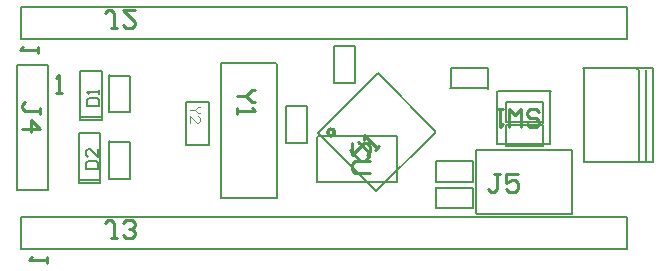
<source format=gm1>
G04*
G04 #@! TF.GenerationSoftware,Altium Limited,Altium Designer,22.7.1 (60)*
G04*
G04 Layer_Color=16711935*
%FSLAX25Y25*%
%MOIN*%
G70*
G04*
G04 #@! TF.SameCoordinates,143699A1-5C46-47B9-B1A9-45083201A81C*
G04*
G04*
G04 #@! TF.FilePolarity,Positive*
G04*
G01*
G75*
%ADD10C,0.01181*%
%ADD11C,0.00787*%
%ADD61C,0.01000*%
%ADD62C,0.00591*%
%ADD63C,0.00394*%
D10*
X108658Y43408D02*
G03*
X108658Y43408I-1118J0D01*
G01*
D11*
X4095Y4488D02*
Y15118D01*
Y4488D02*
X206063D01*
Y15118D01*
X4115D02*
X206063D01*
X2882Y65905D02*
X13118D01*
Y24173D02*
Y65905D01*
X2882Y24173D02*
X13118D01*
X2882D02*
Y65905D01*
X4095Y74488D02*
Y85118D01*
Y74488D02*
X206063D01*
Y85118D01*
X4115D02*
X206063D01*
X23425Y26575D02*
X30512D01*
X23524Y43209D02*
X30413D01*
X23425Y43110D02*
X23524Y43209D01*
X23425Y26575D02*
Y43110D01*
X23819Y27657D02*
X30512D01*
X30413Y43209D02*
X30610Y43012D01*
X30512Y26575D02*
X30610Y26673D01*
Y43012D01*
X178247Y46697D02*
Y53697D01*
X178147Y46797D02*
X178247Y46697D01*
X165847Y46797D02*
X178147D01*
X165847D02*
X165947Y46897D01*
Y53697D01*
X178247D01*
Y38823D02*
Y45823D01*
X178147Y38923D02*
X178247Y38823D01*
X165847Y38923D02*
X178147D01*
X165847D02*
X165947Y39023D01*
Y45823D01*
X178247D01*
X142422Y18154D02*
Y25153D01*
X142522Y25054D01*
X154822D01*
X154722Y24953D02*
X154822Y25054D01*
X154722Y18154D02*
Y24953D01*
X142422Y18154D02*
X154722D01*
X142422Y27012D02*
Y34012D01*
X142522Y33912D01*
X154822D01*
X154722Y33812D02*
X154822Y33912D01*
X154722Y27012D02*
Y33812D01*
X142422Y27012D02*
X154722D01*
X102953Y26969D02*
X129626D01*
X102756Y27165D02*
X102953Y26969D01*
X102756Y27165D02*
Y41732D01*
X103150Y42126D01*
X129528D01*
X129626Y42028D01*
Y26969D02*
Y42028D01*
X92500Y52200D02*
X99500D01*
X99400Y52100D02*
X99500Y52200D01*
X99400Y39800D02*
Y52100D01*
X99300Y39900D02*
X99400Y39800D01*
X92500Y39900D02*
X99300D01*
X92500D02*
Y52200D01*
X33508Y28052D02*
X40508D01*
X33508D02*
X33608Y28152D01*
Y40452D01*
X33708Y40352D01*
X40508D01*
Y28052D02*
Y40352D01*
X33508Y50099D02*
X40508D01*
X33508D02*
X33608Y50199D01*
Y62499D01*
X33708Y62399D01*
X40508D01*
Y50099D02*
Y62399D01*
X108500Y59800D02*
X115500D01*
X108500D02*
X108600Y59900D01*
Y72200D01*
X108700Y72100D01*
X115500D01*
Y59800D02*
Y72100D01*
X159700Y58000D02*
Y65000D01*
X159600Y58100D02*
X159700Y58000D01*
X147300Y58100D02*
X159600D01*
X147300D02*
X147400Y58200D01*
Y65000D01*
X159700D01*
X191929Y33465D02*
Y64567D01*
Y33465D02*
X214764D01*
X191535Y64961D02*
X191929Y64567D01*
X214764Y33465D02*
Y64961D01*
X191535D02*
X214764D01*
X212402Y33465D02*
Y64173D01*
X210039Y33465D02*
Y64173D01*
X209646Y64567D02*
X210039Y64173D01*
X156095Y16390D02*
X187787D01*
Y37453D01*
X156095D02*
X187787D01*
X155996Y37551D02*
X156095Y37453D01*
X155996Y16488D02*
Y37551D01*
X162992Y39567D02*
X180610D01*
X162992D02*
Y56890D01*
X163287Y57185D01*
X180709D01*
X180610Y57087D02*
X180709Y57185D01*
X180610Y39567D02*
Y57087D01*
X103214Y43324D02*
X123013Y63123D01*
X103214Y43324D02*
X122659Y23879D01*
X142105Y43324D01*
Y44031D01*
X123013Y63123D02*
X142105Y44031D01*
X89350Y21461D02*
Y66146D01*
X70945Y21461D02*
X89350D01*
X70846Y21559D02*
X70945Y21461D01*
X70846Y21559D02*
Y66539D01*
X88957D01*
X89350Y66146D01*
X59252Y53642D02*
X66732D01*
X59252Y40157D02*
Y53642D01*
X66732Y39370D02*
Y53642D01*
X59252Y39370D02*
X66732D01*
X59252D02*
Y40157D01*
X23819Y47441D02*
X30906D01*
X23917Y64075D02*
X30807D01*
X23819Y63976D02*
X23917Y64075D01*
X23819Y47441D02*
Y63976D01*
X24213Y48524D02*
X30906D01*
X30807Y64075D02*
X31004Y63878D01*
X30906Y47441D02*
X31004Y47539D01*
Y63878D01*
D61*
X36259Y8120D02*
X34259D01*
X35259D01*
Y13118D01*
X34259Y14118D01*
X33259D01*
X32260Y13118D01*
X38258Y9120D02*
X39257Y8120D01*
X41257D01*
X42257Y9120D01*
Y10119D01*
X41257Y11119D01*
X40257D01*
X41257D01*
X42257Y12119D01*
Y13118D01*
X41257Y14118D01*
X39257D01*
X38258Y13118D01*
X12937Y1913D02*
Y-86D01*
Y914D01*
X6939D01*
X7939Y1913D01*
X15693Y56669D02*
X17692D01*
X16693D01*
Y62667D01*
X15693Y61668D01*
X10667Y49490D02*
Y51489D01*
Y50489D01*
X5669D01*
X4669Y51489D01*
Y52488D01*
X5669Y53488D01*
X4669Y44491D02*
X10667D01*
X7668Y47490D01*
Y43491D01*
X36259Y78120D02*
X34259D01*
X35259D01*
Y83118D01*
X34259Y84118D01*
X33259D01*
X32260Y83118D01*
X42257Y84118D02*
X38258D01*
X42257Y80119D01*
Y79120D01*
X41257Y78120D01*
X39257D01*
X38258Y79120D01*
X9827Y71835D02*
Y69835D01*
Y70835D01*
X3829D01*
X4828Y71835D01*
X120384Y30035D02*
X115385D01*
X114386Y31035D01*
Y33034D01*
X115385Y34034D01*
X120384D01*
X114386Y40032D02*
Y36033D01*
X118385Y40032D01*
X119384D01*
X120384Y39033D01*
Y37033D01*
X119384Y36033D01*
X163947Y29490D02*
X161948D01*
X162948D01*
Y24492D01*
X161948Y23492D01*
X160949D01*
X159949Y24492D01*
X169946Y29490D02*
X165947D01*
Y26491D01*
X167946Y27491D01*
X168946D01*
X169946Y26491D01*
Y24492D01*
X168946Y23492D01*
X166947D01*
X165947Y24492D01*
X172856Y46265D02*
X173855Y45266D01*
X175855D01*
X176854Y46265D01*
Y47265D01*
X175855Y48265D01*
X173855D01*
X172856Y49264D01*
Y50264D01*
X173855Y51264D01*
X175855D01*
X176854Y50264D01*
X170856Y45266D02*
Y51264D01*
X168857Y49264D01*
X166858Y51264D01*
Y45266D01*
X164858Y51264D02*
X162859D01*
X163858D01*
Y45266D01*
X164858Y46265D01*
X113691Y37496D02*
X117225Y33962D01*
X118639D01*
X120053Y35375D01*
Y36789D01*
X116518Y40324D01*
X122174Y37496D02*
X123587Y38910D01*
X122880Y38203D01*
X118639Y42444D01*
Y41030D01*
X82175Y57468D02*
X81176D01*
X79176Y55469D01*
X81176Y53470D01*
X82175D01*
X79176Y55469D02*
X76177D01*
Y51470D02*
Y49471D01*
Y50471D01*
X82175D01*
X81176Y51470D01*
D62*
X25887Y31398D02*
X29823D01*
Y33366D01*
X29167Y34021D01*
X26543D01*
X25887Y33366D01*
Y31398D01*
X29823Y37957D02*
Y35333D01*
X27199Y37957D01*
X26543D01*
X25887Y37301D01*
Y35989D01*
X26543Y35333D01*
X26281Y52264D02*
X30217D01*
Y54232D01*
X29561Y54888D01*
X26937D01*
X26281Y54232D01*
Y52264D01*
X30217Y56200D02*
Y57512D01*
Y56855D01*
X26281D01*
X26937Y56200D01*
D63*
X63779Y51968D02*
X63254D01*
X62204Y50919D01*
X63254Y49869D01*
X63779D01*
X62204Y50919D02*
X60630D01*
Y46721D02*
Y48820D01*
X62729Y46721D01*
X63254D01*
X63779Y47246D01*
Y48295D01*
X63254Y48820D01*
M02*

</source>
